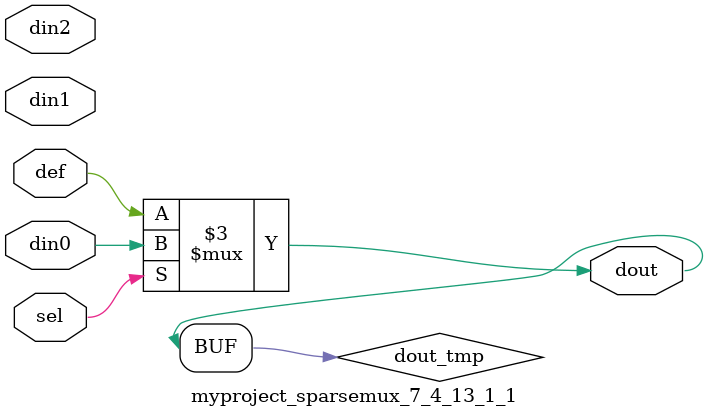
<source format=v>
`timescale 1ns / 1ps

module myproject_sparsemux_7_4_13_1_1 (din0,din1,din2,def,sel,dout);

parameter din0_WIDTH = 1;

parameter din1_WIDTH = 1;

parameter din2_WIDTH = 1;

parameter def_WIDTH = 1;
parameter sel_WIDTH = 1;
parameter dout_WIDTH = 1;

parameter [sel_WIDTH-1:0] CASE0 = 1;

parameter [sel_WIDTH-1:0] CASE1 = 1;

parameter [sel_WIDTH-1:0] CASE2 = 1;

parameter ID = 1;
parameter NUM_STAGE = 1;



input [din0_WIDTH-1:0] din0;

input [din1_WIDTH-1:0] din1;

input [din2_WIDTH-1:0] din2;

input [def_WIDTH-1:0] def;
input [sel_WIDTH-1:0] sel;

output [dout_WIDTH-1:0] dout;



reg [dout_WIDTH-1:0] dout_tmp;

always @ (*) begin
case (sel)
    
    CASE0 : dout_tmp = din0;
    
    CASE1 : dout_tmp = din1;
    
    CASE2 : dout_tmp = din2;
    
    default : dout_tmp = def;
endcase
end


assign dout = dout_tmp;



endmodule

</source>
